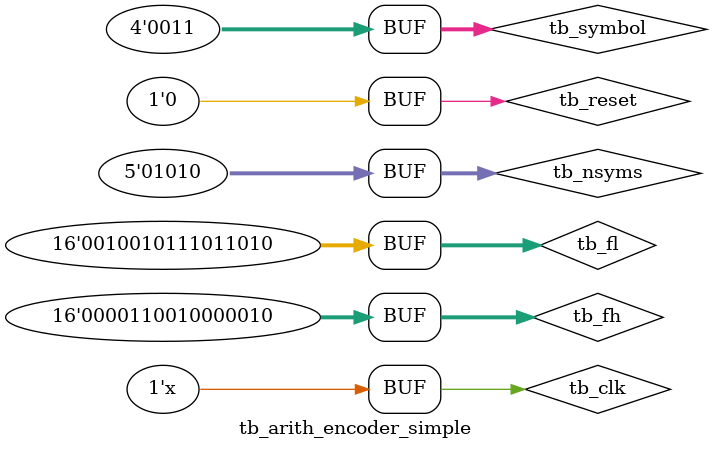
<source format=sv>
module tb_arith_encoder_simple #(
    parameter TB_RANGE_WIDTH = 16,
    parameter TB_LOW_WIDTH = 24,
    parameter TB_SYMBOL_WIDTH = 4,
    parameter TB_LUT_ADDR_WIDTH = 8,
    parameter TB_LUT_DATA_WIDTH = 16,
    parameter TB_D_SIZE = 4
    ) ();

    reg tb_clk, tb_reset;
    reg [(TB_RANGE_WIDTH-1):0] tb_fl, tb_fh;
    reg [(TB_SYMBOL_WIDTH-1):0] tb_symbol;
    reg [TB_SYMBOL_WIDTH:0] tb_nsyms;
    wire [(TB_RANGE_WIDTH-1):0] tb_range;
    wire [(TB_LOW_WIDTH-1):0] tb_low;


    arithmetic_encoder #(
        .GENERAL_RANGE_WIDTH (TB_RANGE_WIDTH),
        .GENERAL_LOW_WIDTH (TB_LOW_WIDTH),
        .GENERAL_SYMBOL_WIDTH (TB_SYMBOL_WIDTH),
        .GENERAL_LUT_ADDR_WIDTH (TB_LUT_ADDR_WIDTH),
        .GENERAL_LUT_DATA_WIDTH (TB_LUT_DATA_WIDTH),
        .GENERAL_D_SIZE (TB_D_SIZE)
        ) arith_encoder (
            .general_clk (tb_clk),
            .reset (tb_reset),
            .general_fl (tb_fl),
            .general_fh (tb_fh),
            .general_symbol (tb_symbol),
            .general_nsyms (tb_nsyms),
            // outputs
            .RANGE_OUTPUT (tb_range),
            .LOW_OUTPUT (tb_low)
        );

        always #6ns tb_clk <= ~tb_clk;

        initial begin
            tb_clk <= 1'b0;
            tb_reset <= 1'b1;
            tb_fl <= 16'd9690;
            tb_fh <= 16'd3202;
            tb_symbol <= 4'd3;
            tb_nsyms <= 5'd10;

            #15ns tb_reset <= 1'b0;
        end
endmodule

</source>
